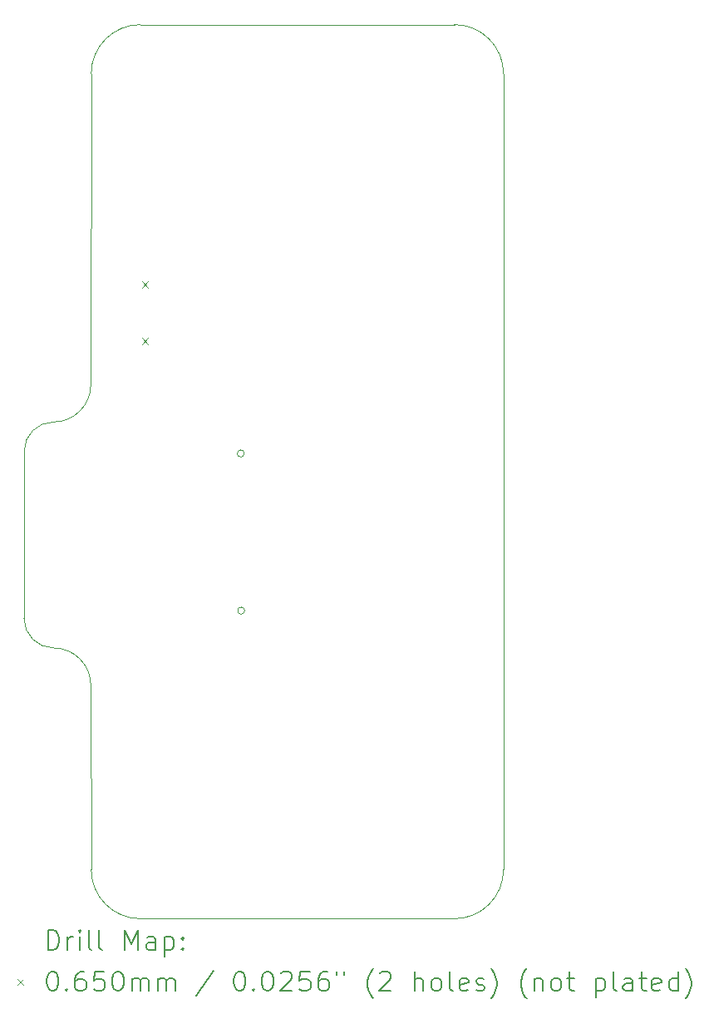
<source format=gbr>
%TF.GenerationSoftware,KiCad,Pcbnew,7.0.2*%
%TF.CreationDate,2023-07-17T10:41:56+03:00*%
%TF.ProjectId,DeskSmartFan,4465736b-536d-4617-9274-46616e2e6b69,rev?*%
%TF.SameCoordinates,Original*%
%TF.FileFunction,Drillmap*%
%TF.FilePolarity,Positive*%
%FSLAX45Y45*%
G04 Gerber Fmt 4.5, Leading zero omitted, Abs format (unit mm)*
G04 Created by KiCad (PCBNEW 7.0.2) date 2023-07-17 10:41:56*
%MOMM*%
%LPD*%
G01*
G04 APERTURE LIST*
%ADD10C,0.100000*%
%ADD11C,0.200000*%
%ADD12C,0.065000*%
G04 APERTURE END LIST*
D10*
X16414000Y-12165500D02*
X16414000Y-4065500D01*
X11530000Y-9610000D02*
G75*
G03*
X11830000Y-9910000I300000J0D01*
G01*
X12714000Y-12665500D02*
X15914000Y-12665500D01*
X12210000Y-10290000D02*
X12214000Y-12165500D01*
X15914000Y-12665500D02*
G75*
G03*
X16414000Y-12165500I0J500000D01*
G01*
X12214000Y-12165500D02*
G75*
G03*
X12714000Y-12665500I500000J0D01*
G01*
X13777055Y-9530445D02*
G75*
G03*
X13777055Y-9530445I-36056J0D01*
G01*
X11830000Y-7610000D02*
G75*
G03*
X11530000Y-7910000I0J-300000D01*
G01*
X12714000Y-3565500D02*
G75*
G03*
X12214000Y-4065500I0J-500000D01*
G01*
X11830000Y-7610000D02*
G75*
G03*
X12210000Y-7230000I0J380000D01*
G01*
X12210000Y-10290000D02*
G75*
G03*
X11830000Y-9910000I-380000J0D01*
G01*
X16414000Y-4065500D02*
G75*
G03*
X15914000Y-3565500I-500000J0D01*
G01*
X11530000Y-9610000D02*
X11530000Y-7910000D01*
X13773055Y-7930500D02*
G75*
G03*
X13773055Y-7930500I-36056J0D01*
G01*
X15914000Y-3565500D02*
X12714000Y-3565500D01*
X12210000Y-7230000D02*
X12214000Y-4065500D01*
D11*
D12*
X12728500Y-6176000D02*
X12793500Y-6241000D01*
X12793500Y-6176000D02*
X12728500Y-6241000D01*
X12728500Y-6754000D02*
X12793500Y-6819000D01*
X12793500Y-6754000D02*
X12728500Y-6819000D01*
D11*
X11772619Y-12983024D02*
X11772619Y-12783024D01*
X11772619Y-12783024D02*
X11820238Y-12783024D01*
X11820238Y-12783024D02*
X11848809Y-12792548D01*
X11848809Y-12792548D02*
X11867857Y-12811595D01*
X11867857Y-12811595D02*
X11877381Y-12830643D01*
X11877381Y-12830643D02*
X11886905Y-12868738D01*
X11886905Y-12868738D02*
X11886905Y-12897309D01*
X11886905Y-12897309D02*
X11877381Y-12935405D01*
X11877381Y-12935405D02*
X11867857Y-12954452D01*
X11867857Y-12954452D02*
X11848809Y-12973500D01*
X11848809Y-12973500D02*
X11820238Y-12983024D01*
X11820238Y-12983024D02*
X11772619Y-12983024D01*
X11972619Y-12983024D02*
X11972619Y-12849690D01*
X11972619Y-12887786D02*
X11982143Y-12868738D01*
X11982143Y-12868738D02*
X11991667Y-12859214D01*
X11991667Y-12859214D02*
X12010714Y-12849690D01*
X12010714Y-12849690D02*
X12029762Y-12849690D01*
X12096428Y-12983024D02*
X12096428Y-12849690D01*
X12096428Y-12783024D02*
X12086905Y-12792548D01*
X12086905Y-12792548D02*
X12096428Y-12802071D01*
X12096428Y-12802071D02*
X12105952Y-12792548D01*
X12105952Y-12792548D02*
X12096428Y-12783024D01*
X12096428Y-12783024D02*
X12096428Y-12802071D01*
X12220238Y-12983024D02*
X12201190Y-12973500D01*
X12201190Y-12973500D02*
X12191667Y-12954452D01*
X12191667Y-12954452D02*
X12191667Y-12783024D01*
X12325000Y-12983024D02*
X12305952Y-12973500D01*
X12305952Y-12973500D02*
X12296428Y-12954452D01*
X12296428Y-12954452D02*
X12296428Y-12783024D01*
X12553571Y-12983024D02*
X12553571Y-12783024D01*
X12553571Y-12783024D02*
X12620238Y-12925881D01*
X12620238Y-12925881D02*
X12686905Y-12783024D01*
X12686905Y-12783024D02*
X12686905Y-12983024D01*
X12867857Y-12983024D02*
X12867857Y-12878262D01*
X12867857Y-12878262D02*
X12858333Y-12859214D01*
X12858333Y-12859214D02*
X12839286Y-12849690D01*
X12839286Y-12849690D02*
X12801190Y-12849690D01*
X12801190Y-12849690D02*
X12782143Y-12859214D01*
X12867857Y-12973500D02*
X12848809Y-12983024D01*
X12848809Y-12983024D02*
X12801190Y-12983024D01*
X12801190Y-12983024D02*
X12782143Y-12973500D01*
X12782143Y-12973500D02*
X12772619Y-12954452D01*
X12772619Y-12954452D02*
X12772619Y-12935405D01*
X12772619Y-12935405D02*
X12782143Y-12916357D01*
X12782143Y-12916357D02*
X12801190Y-12906833D01*
X12801190Y-12906833D02*
X12848809Y-12906833D01*
X12848809Y-12906833D02*
X12867857Y-12897309D01*
X12963095Y-12849690D02*
X12963095Y-13049690D01*
X12963095Y-12859214D02*
X12982143Y-12849690D01*
X12982143Y-12849690D02*
X13020238Y-12849690D01*
X13020238Y-12849690D02*
X13039286Y-12859214D01*
X13039286Y-12859214D02*
X13048809Y-12868738D01*
X13048809Y-12868738D02*
X13058333Y-12887786D01*
X13058333Y-12887786D02*
X13058333Y-12944928D01*
X13058333Y-12944928D02*
X13048809Y-12963976D01*
X13048809Y-12963976D02*
X13039286Y-12973500D01*
X13039286Y-12973500D02*
X13020238Y-12983024D01*
X13020238Y-12983024D02*
X12982143Y-12983024D01*
X12982143Y-12983024D02*
X12963095Y-12973500D01*
X13144048Y-12963976D02*
X13153571Y-12973500D01*
X13153571Y-12973500D02*
X13144048Y-12983024D01*
X13144048Y-12983024D02*
X13134524Y-12973500D01*
X13134524Y-12973500D02*
X13144048Y-12963976D01*
X13144048Y-12963976D02*
X13144048Y-12983024D01*
X13144048Y-12859214D02*
X13153571Y-12868738D01*
X13153571Y-12868738D02*
X13144048Y-12878262D01*
X13144048Y-12878262D02*
X13134524Y-12868738D01*
X13134524Y-12868738D02*
X13144048Y-12859214D01*
X13144048Y-12859214D02*
X13144048Y-12878262D01*
D12*
X11460000Y-13278000D02*
X11525000Y-13343000D01*
X11525000Y-13278000D02*
X11460000Y-13343000D01*
D11*
X11810714Y-13203024D02*
X11829762Y-13203024D01*
X11829762Y-13203024D02*
X11848809Y-13212548D01*
X11848809Y-13212548D02*
X11858333Y-13222071D01*
X11858333Y-13222071D02*
X11867857Y-13241119D01*
X11867857Y-13241119D02*
X11877381Y-13279214D01*
X11877381Y-13279214D02*
X11877381Y-13326833D01*
X11877381Y-13326833D02*
X11867857Y-13364928D01*
X11867857Y-13364928D02*
X11858333Y-13383976D01*
X11858333Y-13383976D02*
X11848809Y-13393500D01*
X11848809Y-13393500D02*
X11829762Y-13403024D01*
X11829762Y-13403024D02*
X11810714Y-13403024D01*
X11810714Y-13403024D02*
X11791667Y-13393500D01*
X11791667Y-13393500D02*
X11782143Y-13383976D01*
X11782143Y-13383976D02*
X11772619Y-13364928D01*
X11772619Y-13364928D02*
X11763095Y-13326833D01*
X11763095Y-13326833D02*
X11763095Y-13279214D01*
X11763095Y-13279214D02*
X11772619Y-13241119D01*
X11772619Y-13241119D02*
X11782143Y-13222071D01*
X11782143Y-13222071D02*
X11791667Y-13212548D01*
X11791667Y-13212548D02*
X11810714Y-13203024D01*
X11963095Y-13383976D02*
X11972619Y-13393500D01*
X11972619Y-13393500D02*
X11963095Y-13403024D01*
X11963095Y-13403024D02*
X11953571Y-13393500D01*
X11953571Y-13393500D02*
X11963095Y-13383976D01*
X11963095Y-13383976D02*
X11963095Y-13403024D01*
X12144048Y-13203024D02*
X12105952Y-13203024D01*
X12105952Y-13203024D02*
X12086905Y-13212548D01*
X12086905Y-13212548D02*
X12077381Y-13222071D01*
X12077381Y-13222071D02*
X12058333Y-13250643D01*
X12058333Y-13250643D02*
X12048809Y-13288738D01*
X12048809Y-13288738D02*
X12048809Y-13364928D01*
X12048809Y-13364928D02*
X12058333Y-13383976D01*
X12058333Y-13383976D02*
X12067857Y-13393500D01*
X12067857Y-13393500D02*
X12086905Y-13403024D01*
X12086905Y-13403024D02*
X12125000Y-13403024D01*
X12125000Y-13403024D02*
X12144048Y-13393500D01*
X12144048Y-13393500D02*
X12153571Y-13383976D01*
X12153571Y-13383976D02*
X12163095Y-13364928D01*
X12163095Y-13364928D02*
X12163095Y-13317309D01*
X12163095Y-13317309D02*
X12153571Y-13298262D01*
X12153571Y-13298262D02*
X12144048Y-13288738D01*
X12144048Y-13288738D02*
X12125000Y-13279214D01*
X12125000Y-13279214D02*
X12086905Y-13279214D01*
X12086905Y-13279214D02*
X12067857Y-13288738D01*
X12067857Y-13288738D02*
X12058333Y-13298262D01*
X12058333Y-13298262D02*
X12048809Y-13317309D01*
X12344048Y-13203024D02*
X12248809Y-13203024D01*
X12248809Y-13203024D02*
X12239286Y-13298262D01*
X12239286Y-13298262D02*
X12248809Y-13288738D01*
X12248809Y-13288738D02*
X12267857Y-13279214D01*
X12267857Y-13279214D02*
X12315476Y-13279214D01*
X12315476Y-13279214D02*
X12334524Y-13288738D01*
X12334524Y-13288738D02*
X12344048Y-13298262D01*
X12344048Y-13298262D02*
X12353571Y-13317309D01*
X12353571Y-13317309D02*
X12353571Y-13364928D01*
X12353571Y-13364928D02*
X12344048Y-13383976D01*
X12344048Y-13383976D02*
X12334524Y-13393500D01*
X12334524Y-13393500D02*
X12315476Y-13403024D01*
X12315476Y-13403024D02*
X12267857Y-13403024D01*
X12267857Y-13403024D02*
X12248809Y-13393500D01*
X12248809Y-13393500D02*
X12239286Y-13383976D01*
X12477381Y-13203024D02*
X12496429Y-13203024D01*
X12496429Y-13203024D02*
X12515476Y-13212548D01*
X12515476Y-13212548D02*
X12525000Y-13222071D01*
X12525000Y-13222071D02*
X12534524Y-13241119D01*
X12534524Y-13241119D02*
X12544048Y-13279214D01*
X12544048Y-13279214D02*
X12544048Y-13326833D01*
X12544048Y-13326833D02*
X12534524Y-13364928D01*
X12534524Y-13364928D02*
X12525000Y-13383976D01*
X12525000Y-13383976D02*
X12515476Y-13393500D01*
X12515476Y-13393500D02*
X12496429Y-13403024D01*
X12496429Y-13403024D02*
X12477381Y-13403024D01*
X12477381Y-13403024D02*
X12458333Y-13393500D01*
X12458333Y-13393500D02*
X12448809Y-13383976D01*
X12448809Y-13383976D02*
X12439286Y-13364928D01*
X12439286Y-13364928D02*
X12429762Y-13326833D01*
X12429762Y-13326833D02*
X12429762Y-13279214D01*
X12429762Y-13279214D02*
X12439286Y-13241119D01*
X12439286Y-13241119D02*
X12448809Y-13222071D01*
X12448809Y-13222071D02*
X12458333Y-13212548D01*
X12458333Y-13212548D02*
X12477381Y-13203024D01*
X12629762Y-13403024D02*
X12629762Y-13269690D01*
X12629762Y-13288738D02*
X12639286Y-13279214D01*
X12639286Y-13279214D02*
X12658333Y-13269690D01*
X12658333Y-13269690D02*
X12686905Y-13269690D01*
X12686905Y-13269690D02*
X12705952Y-13279214D01*
X12705952Y-13279214D02*
X12715476Y-13298262D01*
X12715476Y-13298262D02*
X12715476Y-13403024D01*
X12715476Y-13298262D02*
X12725000Y-13279214D01*
X12725000Y-13279214D02*
X12744048Y-13269690D01*
X12744048Y-13269690D02*
X12772619Y-13269690D01*
X12772619Y-13269690D02*
X12791667Y-13279214D01*
X12791667Y-13279214D02*
X12801190Y-13298262D01*
X12801190Y-13298262D02*
X12801190Y-13403024D01*
X12896429Y-13403024D02*
X12896429Y-13269690D01*
X12896429Y-13288738D02*
X12905952Y-13279214D01*
X12905952Y-13279214D02*
X12925000Y-13269690D01*
X12925000Y-13269690D02*
X12953571Y-13269690D01*
X12953571Y-13269690D02*
X12972619Y-13279214D01*
X12972619Y-13279214D02*
X12982143Y-13298262D01*
X12982143Y-13298262D02*
X12982143Y-13403024D01*
X12982143Y-13298262D02*
X12991667Y-13279214D01*
X12991667Y-13279214D02*
X13010714Y-13269690D01*
X13010714Y-13269690D02*
X13039286Y-13269690D01*
X13039286Y-13269690D02*
X13058333Y-13279214D01*
X13058333Y-13279214D02*
X13067857Y-13298262D01*
X13067857Y-13298262D02*
X13067857Y-13403024D01*
X13458333Y-13193500D02*
X13286905Y-13450643D01*
X13715476Y-13203024D02*
X13734524Y-13203024D01*
X13734524Y-13203024D02*
X13753572Y-13212548D01*
X13753572Y-13212548D02*
X13763095Y-13222071D01*
X13763095Y-13222071D02*
X13772619Y-13241119D01*
X13772619Y-13241119D02*
X13782143Y-13279214D01*
X13782143Y-13279214D02*
X13782143Y-13326833D01*
X13782143Y-13326833D02*
X13772619Y-13364928D01*
X13772619Y-13364928D02*
X13763095Y-13383976D01*
X13763095Y-13383976D02*
X13753572Y-13393500D01*
X13753572Y-13393500D02*
X13734524Y-13403024D01*
X13734524Y-13403024D02*
X13715476Y-13403024D01*
X13715476Y-13403024D02*
X13696429Y-13393500D01*
X13696429Y-13393500D02*
X13686905Y-13383976D01*
X13686905Y-13383976D02*
X13677381Y-13364928D01*
X13677381Y-13364928D02*
X13667857Y-13326833D01*
X13667857Y-13326833D02*
X13667857Y-13279214D01*
X13667857Y-13279214D02*
X13677381Y-13241119D01*
X13677381Y-13241119D02*
X13686905Y-13222071D01*
X13686905Y-13222071D02*
X13696429Y-13212548D01*
X13696429Y-13212548D02*
X13715476Y-13203024D01*
X13867857Y-13383976D02*
X13877381Y-13393500D01*
X13877381Y-13393500D02*
X13867857Y-13403024D01*
X13867857Y-13403024D02*
X13858333Y-13393500D01*
X13858333Y-13393500D02*
X13867857Y-13383976D01*
X13867857Y-13383976D02*
X13867857Y-13403024D01*
X14001191Y-13203024D02*
X14020238Y-13203024D01*
X14020238Y-13203024D02*
X14039286Y-13212548D01*
X14039286Y-13212548D02*
X14048810Y-13222071D01*
X14048810Y-13222071D02*
X14058333Y-13241119D01*
X14058333Y-13241119D02*
X14067857Y-13279214D01*
X14067857Y-13279214D02*
X14067857Y-13326833D01*
X14067857Y-13326833D02*
X14058333Y-13364928D01*
X14058333Y-13364928D02*
X14048810Y-13383976D01*
X14048810Y-13383976D02*
X14039286Y-13393500D01*
X14039286Y-13393500D02*
X14020238Y-13403024D01*
X14020238Y-13403024D02*
X14001191Y-13403024D01*
X14001191Y-13403024D02*
X13982143Y-13393500D01*
X13982143Y-13393500D02*
X13972619Y-13383976D01*
X13972619Y-13383976D02*
X13963095Y-13364928D01*
X13963095Y-13364928D02*
X13953572Y-13326833D01*
X13953572Y-13326833D02*
X13953572Y-13279214D01*
X13953572Y-13279214D02*
X13963095Y-13241119D01*
X13963095Y-13241119D02*
X13972619Y-13222071D01*
X13972619Y-13222071D02*
X13982143Y-13212548D01*
X13982143Y-13212548D02*
X14001191Y-13203024D01*
X14144048Y-13222071D02*
X14153572Y-13212548D01*
X14153572Y-13212548D02*
X14172619Y-13203024D01*
X14172619Y-13203024D02*
X14220238Y-13203024D01*
X14220238Y-13203024D02*
X14239286Y-13212548D01*
X14239286Y-13212548D02*
X14248810Y-13222071D01*
X14248810Y-13222071D02*
X14258333Y-13241119D01*
X14258333Y-13241119D02*
X14258333Y-13260167D01*
X14258333Y-13260167D02*
X14248810Y-13288738D01*
X14248810Y-13288738D02*
X14134524Y-13403024D01*
X14134524Y-13403024D02*
X14258333Y-13403024D01*
X14439286Y-13203024D02*
X14344048Y-13203024D01*
X14344048Y-13203024D02*
X14334524Y-13298262D01*
X14334524Y-13298262D02*
X14344048Y-13288738D01*
X14344048Y-13288738D02*
X14363095Y-13279214D01*
X14363095Y-13279214D02*
X14410714Y-13279214D01*
X14410714Y-13279214D02*
X14429762Y-13288738D01*
X14429762Y-13288738D02*
X14439286Y-13298262D01*
X14439286Y-13298262D02*
X14448810Y-13317309D01*
X14448810Y-13317309D02*
X14448810Y-13364928D01*
X14448810Y-13364928D02*
X14439286Y-13383976D01*
X14439286Y-13383976D02*
X14429762Y-13393500D01*
X14429762Y-13393500D02*
X14410714Y-13403024D01*
X14410714Y-13403024D02*
X14363095Y-13403024D01*
X14363095Y-13403024D02*
X14344048Y-13393500D01*
X14344048Y-13393500D02*
X14334524Y-13383976D01*
X14620238Y-13203024D02*
X14582143Y-13203024D01*
X14582143Y-13203024D02*
X14563095Y-13212548D01*
X14563095Y-13212548D02*
X14553572Y-13222071D01*
X14553572Y-13222071D02*
X14534524Y-13250643D01*
X14534524Y-13250643D02*
X14525000Y-13288738D01*
X14525000Y-13288738D02*
X14525000Y-13364928D01*
X14525000Y-13364928D02*
X14534524Y-13383976D01*
X14534524Y-13383976D02*
X14544048Y-13393500D01*
X14544048Y-13393500D02*
X14563095Y-13403024D01*
X14563095Y-13403024D02*
X14601191Y-13403024D01*
X14601191Y-13403024D02*
X14620238Y-13393500D01*
X14620238Y-13393500D02*
X14629762Y-13383976D01*
X14629762Y-13383976D02*
X14639286Y-13364928D01*
X14639286Y-13364928D02*
X14639286Y-13317309D01*
X14639286Y-13317309D02*
X14629762Y-13298262D01*
X14629762Y-13298262D02*
X14620238Y-13288738D01*
X14620238Y-13288738D02*
X14601191Y-13279214D01*
X14601191Y-13279214D02*
X14563095Y-13279214D01*
X14563095Y-13279214D02*
X14544048Y-13288738D01*
X14544048Y-13288738D02*
X14534524Y-13298262D01*
X14534524Y-13298262D02*
X14525000Y-13317309D01*
X14715476Y-13203024D02*
X14715476Y-13241119D01*
X14791667Y-13203024D02*
X14791667Y-13241119D01*
X15086905Y-13479214D02*
X15077381Y-13469690D01*
X15077381Y-13469690D02*
X15058334Y-13441119D01*
X15058334Y-13441119D02*
X15048810Y-13422071D01*
X15048810Y-13422071D02*
X15039286Y-13393500D01*
X15039286Y-13393500D02*
X15029762Y-13345881D01*
X15029762Y-13345881D02*
X15029762Y-13307786D01*
X15029762Y-13307786D02*
X15039286Y-13260167D01*
X15039286Y-13260167D02*
X15048810Y-13231595D01*
X15048810Y-13231595D02*
X15058334Y-13212548D01*
X15058334Y-13212548D02*
X15077381Y-13183976D01*
X15077381Y-13183976D02*
X15086905Y-13174452D01*
X15153572Y-13222071D02*
X15163095Y-13212548D01*
X15163095Y-13212548D02*
X15182143Y-13203024D01*
X15182143Y-13203024D02*
X15229762Y-13203024D01*
X15229762Y-13203024D02*
X15248810Y-13212548D01*
X15248810Y-13212548D02*
X15258334Y-13222071D01*
X15258334Y-13222071D02*
X15267857Y-13241119D01*
X15267857Y-13241119D02*
X15267857Y-13260167D01*
X15267857Y-13260167D02*
X15258334Y-13288738D01*
X15258334Y-13288738D02*
X15144048Y-13403024D01*
X15144048Y-13403024D02*
X15267857Y-13403024D01*
X15505953Y-13403024D02*
X15505953Y-13203024D01*
X15591667Y-13403024D02*
X15591667Y-13298262D01*
X15591667Y-13298262D02*
X15582143Y-13279214D01*
X15582143Y-13279214D02*
X15563096Y-13269690D01*
X15563096Y-13269690D02*
X15534524Y-13269690D01*
X15534524Y-13269690D02*
X15515476Y-13279214D01*
X15515476Y-13279214D02*
X15505953Y-13288738D01*
X15715476Y-13403024D02*
X15696429Y-13393500D01*
X15696429Y-13393500D02*
X15686905Y-13383976D01*
X15686905Y-13383976D02*
X15677381Y-13364928D01*
X15677381Y-13364928D02*
X15677381Y-13307786D01*
X15677381Y-13307786D02*
X15686905Y-13288738D01*
X15686905Y-13288738D02*
X15696429Y-13279214D01*
X15696429Y-13279214D02*
X15715476Y-13269690D01*
X15715476Y-13269690D02*
X15744048Y-13269690D01*
X15744048Y-13269690D02*
X15763096Y-13279214D01*
X15763096Y-13279214D02*
X15772619Y-13288738D01*
X15772619Y-13288738D02*
X15782143Y-13307786D01*
X15782143Y-13307786D02*
X15782143Y-13364928D01*
X15782143Y-13364928D02*
X15772619Y-13383976D01*
X15772619Y-13383976D02*
X15763096Y-13393500D01*
X15763096Y-13393500D02*
X15744048Y-13403024D01*
X15744048Y-13403024D02*
X15715476Y-13403024D01*
X15896429Y-13403024D02*
X15877381Y-13393500D01*
X15877381Y-13393500D02*
X15867857Y-13374452D01*
X15867857Y-13374452D02*
X15867857Y-13203024D01*
X16048810Y-13393500D02*
X16029762Y-13403024D01*
X16029762Y-13403024D02*
X15991667Y-13403024D01*
X15991667Y-13403024D02*
X15972619Y-13393500D01*
X15972619Y-13393500D02*
X15963096Y-13374452D01*
X15963096Y-13374452D02*
X15963096Y-13298262D01*
X15963096Y-13298262D02*
X15972619Y-13279214D01*
X15972619Y-13279214D02*
X15991667Y-13269690D01*
X15991667Y-13269690D02*
X16029762Y-13269690D01*
X16029762Y-13269690D02*
X16048810Y-13279214D01*
X16048810Y-13279214D02*
X16058334Y-13298262D01*
X16058334Y-13298262D02*
X16058334Y-13317309D01*
X16058334Y-13317309D02*
X15963096Y-13336357D01*
X16134524Y-13393500D02*
X16153572Y-13403024D01*
X16153572Y-13403024D02*
X16191667Y-13403024D01*
X16191667Y-13403024D02*
X16210715Y-13393500D01*
X16210715Y-13393500D02*
X16220238Y-13374452D01*
X16220238Y-13374452D02*
X16220238Y-13364928D01*
X16220238Y-13364928D02*
X16210715Y-13345881D01*
X16210715Y-13345881D02*
X16191667Y-13336357D01*
X16191667Y-13336357D02*
X16163096Y-13336357D01*
X16163096Y-13336357D02*
X16144048Y-13326833D01*
X16144048Y-13326833D02*
X16134524Y-13307786D01*
X16134524Y-13307786D02*
X16134524Y-13298262D01*
X16134524Y-13298262D02*
X16144048Y-13279214D01*
X16144048Y-13279214D02*
X16163096Y-13269690D01*
X16163096Y-13269690D02*
X16191667Y-13269690D01*
X16191667Y-13269690D02*
X16210715Y-13279214D01*
X16286905Y-13479214D02*
X16296429Y-13469690D01*
X16296429Y-13469690D02*
X16315477Y-13441119D01*
X16315477Y-13441119D02*
X16325000Y-13422071D01*
X16325000Y-13422071D02*
X16334524Y-13393500D01*
X16334524Y-13393500D02*
X16344048Y-13345881D01*
X16344048Y-13345881D02*
X16344048Y-13307786D01*
X16344048Y-13307786D02*
X16334524Y-13260167D01*
X16334524Y-13260167D02*
X16325000Y-13231595D01*
X16325000Y-13231595D02*
X16315477Y-13212548D01*
X16315477Y-13212548D02*
X16296429Y-13183976D01*
X16296429Y-13183976D02*
X16286905Y-13174452D01*
X16648810Y-13479214D02*
X16639286Y-13469690D01*
X16639286Y-13469690D02*
X16620238Y-13441119D01*
X16620238Y-13441119D02*
X16610715Y-13422071D01*
X16610715Y-13422071D02*
X16601191Y-13393500D01*
X16601191Y-13393500D02*
X16591667Y-13345881D01*
X16591667Y-13345881D02*
X16591667Y-13307786D01*
X16591667Y-13307786D02*
X16601191Y-13260167D01*
X16601191Y-13260167D02*
X16610715Y-13231595D01*
X16610715Y-13231595D02*
X16620238Y-13212548D01*
X16620238Y-13212548D02*
X16639286Y-13183976D01*
X16639286Y-13183976D02*
X16648810Y-13174452D01*
X16725000Y-13269690D02*
X16725000Y-13403024D01*
X16725000Y-13288738D02*
X16734524Y-13279214D01*
X16734524Y-13279214D02*
X16753572Y-13269690D01*
X16753572Y-13269690D02*
X16782143Y-13269690D01*
X16782143Y-13269690D02*
X16801191Y-13279214D01*
X16801191Y-13279214D02*
X16810715Y-13298262D01*
X16810715Y-13298262D02*
X16810715Y-13403024D01*
X16934524Y-13403024D02*
X16915477Y-13393500D01*
X16915477Y-13393500D02*
X16905953Y-13383976D01*
X16905953Y-13383976D02*
X16896429Y-13364928D01*
X16896429Y-13364928D02*
X16896429Y-13307786D01*
X16896429Y-13307786D02*
X16905953Y-13288738D01*
X16905953Y-13288738D02*
X16915477Y-13279214D01*
X16915477Y-13279214D02*
X16934524Y-13269690D01*
X16934524Y-13269690D02*
X16963096Y-13269690D01*
X16963096Y-13269690D02*
X16982143Y-13279214D01*
X16982143Y-13279214D02*
X16991667Y-13288738D01*
X16991667Y-13288738D02*
X17001191Y-13307786D01*
X17001191Y-13307786D02*
X17001191Y-13364928D01*
X17001191Y-13364928D02*
X16991667Y-13383976D01*
X16991667Y-13383976D02*
X16982143Y-13393500D01*
X16982143Y-13393500D02*
X16963096Y-13403024D01*
X16963096Y-13403024D02*
X16934524Y-13403024D01*
X17058334Y-13269690D02*
X17134524Y-13269690D01*
X17086905Y-13203024D02*
X17086905Y-13374452D01*
X17086905Y-13374452D02*
X17096429Y-13393500D01*
X17096429Y-13393500D02*
X17115477Y-13403024D01*
X17115477Y-13403024D02*
X17134524Y-13403024D01*
X17353572Y-13269690D02*
X17353572Y-13469690D01*
X17353572Y-13279214D02*
X17372620Y-13269690D01*
X17372620Y-13269690D02*
X17410715Y-13269690D01*
X17410715Y-13269690D02*
X17429762Y-13279214D01*
X17429762Y-13279214D02*
X17439286Y-13288738D01*
X17439286Y-13288738D02*
X17448810Y-13307786D01*
X17448810Y-13307786D02*
X17448810Y-13364928D01*
X17448810Y-13364928D02*
X17439286Y-13383976D01*
X17439286Y-13383976D02*
X17429762Y-13393500D01*
X17429762Y-13393500D02*
X17410715Y-13403024D01*
X17410715Y-13403024D02*
X17372620Y-13403024D01*
X17372620Y-13403024D02*
X17353572Y-13393500D01*
X17563096Y-13403024D02*
X17544048Y-13393500D01*
X17544048Y-13393500D02*
X17534524Y-13374452D01*
X17534524Y-13374452D02*
X17534524Y-13203024D01*
X17725001Y-13403024D02*
X17725001Y-13298262D01*
X17725001Y-13298262D02*
X17715477Y-13279214D01*
X17715477Y-13279214D02*
X17696429Y-13269690D01*
X17696429Y-13269690D02*
X17658334Y-13269690D01*
X17658334Y-13269690D02*
X17639286Y-13279214D01*
X17725001Y-13393500D02*
X17705953Y-13403024D01*
X17705953Y-13403024D02*
X17658334Y-13403024D01*
X17658334Y-13403024D02*
X17639286Y-13393500D01*
X17639286Y-13393500D02*
X17629762Y-13374452D01*
X17629762Y-13374452D02*
X17629762Y-13355405D01*
X17629762Y-13355405D02*
X17639286Y-13336357D01*
X17639286Y-13336357D02*
X17658334Y-13326833D01*
X17658334Y-13326833D02*
X17705953Y-13326833D01*
X17705953Y-13326833D02*
X17725001Y-13317309D01*
X17791667Y-13269690D02*
X17867858Y-13269690D01*
X17820239Y-13203024D02*
X17820239Y-13374452D01*
X17820239Y-13374452D02*
X17829762Y-13393500D01*
X17829762Y-13393500D02*
X17848810Y-13403024D01*
X17848810Y-13403024D02*
X17867858Y-13403024D01*
X18010715Y-13393500D02*
X17991667Y-13403024D01*
X17991667Y-13403024D02*
X17953572Y-13403024D01*
X17953572Y-13403024D02*
X17934524Y-13393500D01*
X17934524Y-13393500D02*
X17925001Y-13374452D01*
X17925001Y-13374452D02*
X17925001Y-13298262D01*
X17925001Y-13298262D02*
X17934524Y-13279214D01*
X17934524Y-13279214D02*
X17953572Y-13269690D01*
X17953572Y-13269690D02*
X17991667Y-13269690D01*
X17991667Y-13269690D02*
X18010715Y-13279214D01*
X18010715Y-13279214D02*
X18020239Y-13298262D01*
X18020239Y-13298262D02*
X18020239Y-13317309D01*
X18020239Y-13317309D02*
X17925001Y-13336357D01*
X18191667Y-13403024D02*
X18191667Y-13203024D01*
X18191667Y-13393500D02*
X18172620Y-13403024D01*
X18172620Y-13403024D02*
X18134524Y-13403024D01*
X18134524Y-13403024D02*
X18115477Y-13393500D01*
X18115477Y-13393500D02*
X18105953Y-13383976D01*
X18105953Y-13383976D02*
X18096429Y-13364928D01*
X18096429Y-13364928D02*
X18096429Y-13307786D01*
X18096429Y-13307786D02*
X18105953Y-13288738D01*
X18105953Y-13288738D02*
X18115477Y-13279214D01*
X18115477Y-13279214D02*
X18134524Y-13269690D01*
X18134524Y-13269690D02*
X18172620Y-13269690D01*
X18172620Y-13269690D02*
X18191667Y-13279214D01*
X18267858Y-13479214D02*
X18277382Y-13469690D01*
X18277382Y-13469690D02*
X18296429Y-13441119D01*
X18296429Y-13441119D02*
X18305953Y-13422071D01*
X18305953Y-13422071D02*
X18315477Y-13393500D01*
X18315477Y-13393500D02*
X18325001Y-13345881D01*
X18325001Y-13345881D02*
X18325001Y-13307786D01*
X18325001Y-13307786D02*
X18315477Y-13260167D01*
X18315477Y-13260167D02*
X18305953Y-13231595D01*
X18305953Y-13231595D02*
X18296429Y-13212548D01*
X18296429Y-13212548D02*
X18277382Y-13183976D01*
X18277382Y-13183976D02*
X18267858Y-13174452D01*
M02*

</source>
